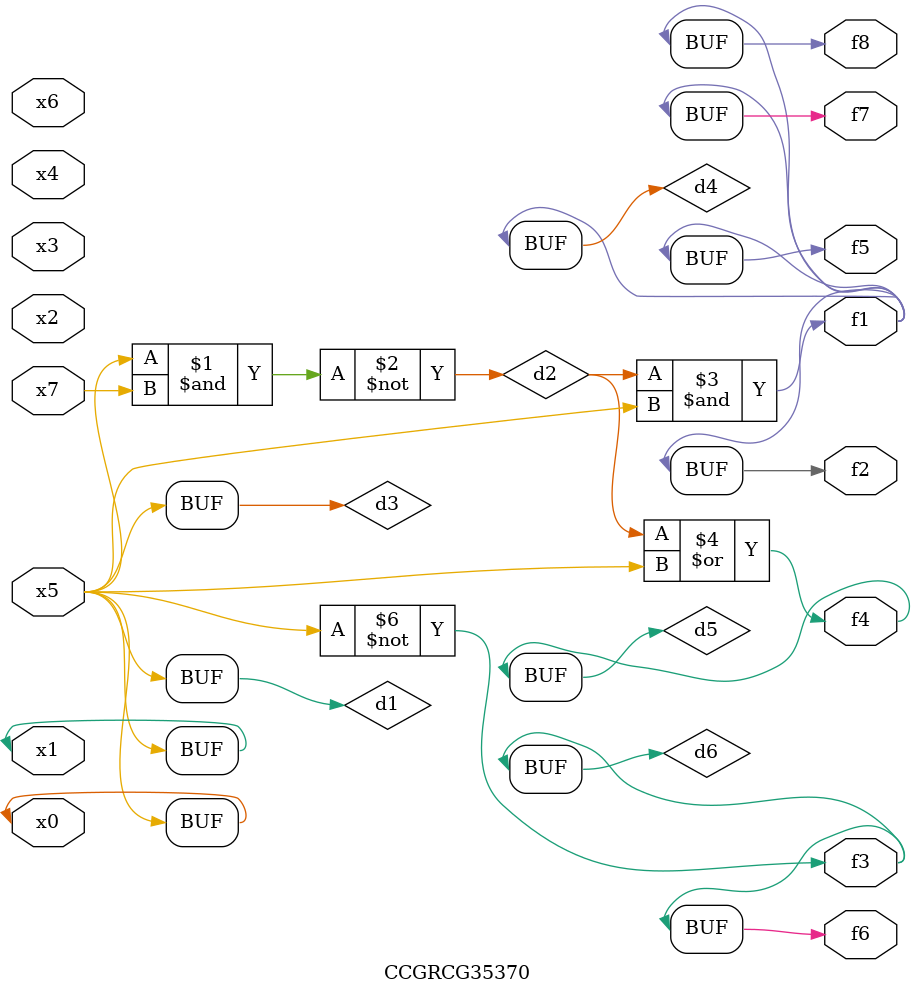
<source format=v>
module CCGRCG35370(
	input x0, x1, x2, x3, x4, x5, x6, x7,
	output f1, f2, f3, f4, f5, f6, f7, f8
);

	wire d1, d2, d3, d4, d5, d6;

	buf (d1, x0, x5);
	nand (d2, x5, x7);
	buf (d3, x0, x1);
	and (d4, d2, d3);
	or (d5, d2, d3);
	nor (d6, d1, d3);
	assign f1 = d4;
	assign f2 = d4;
	assign f3 = d6;
	assign f4 = d5;
	assign f5 = d4;
	assign f6 = d6;
	assign f7 = d4;
	assign f8 = d4;
endmodule

</source>
